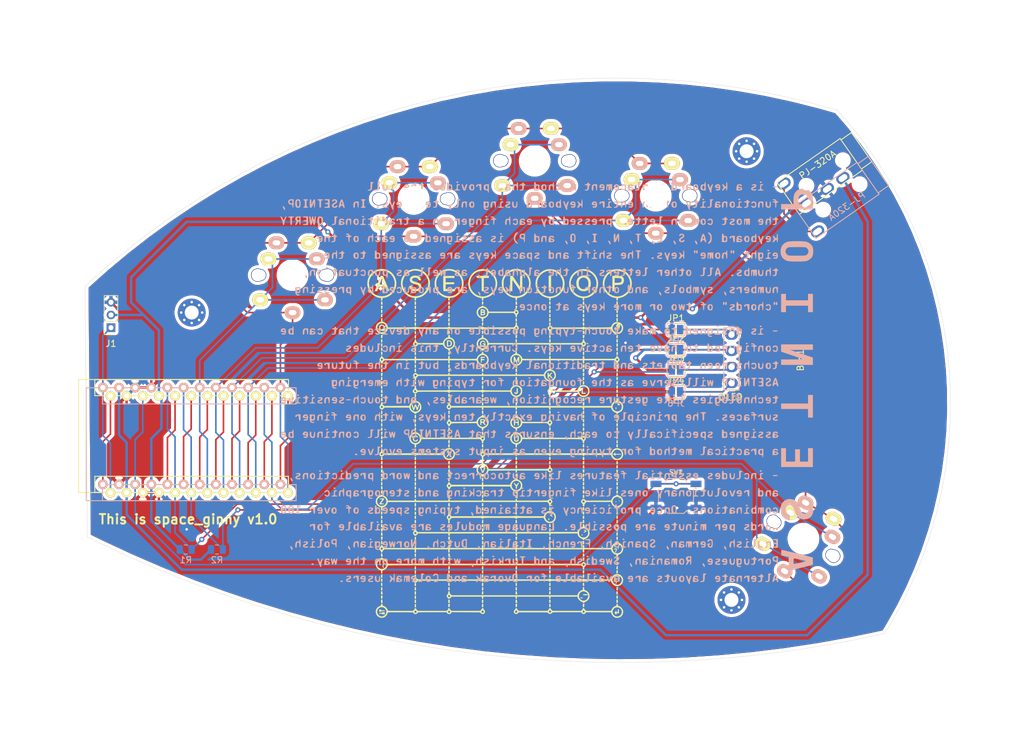
<source format=kicad_pcb>
(kicad_pcb (version 20171130) (host pcbnew 5.1.6)
  (layers (0 F.Cu signal) (31 B.Cu signal) (34 B.Paste user) (35 F.Paste user) (36 B.SilkS user) (37 F.SilkS user) (38 B.Mask user) (39 F.Mask user) (44 Edge.Cuts user))
  (net 0 "")
  (net 1 "Net-(Brd1-Pad2)")
  (net 2 "Net-(Brd1-Pad1)")
  (net 3 "Net-(Brd1-Pad3)")
  (net 4 "Net-(Brd1-Pad4)")
  (net 5 power)
  (net 6 ground)
  (net 7 pin10)
  (net 8 pin16)
  (net 9 pin14)
  (net 10 pin15)
  (net 11 A0)
  (net 12 A1)
  (net 13 A2)
  (net 14 A3)
  (net 15 sda)
  (net 16 scl)
  (net 17 leds)
  (net 18 reset)
  (net 19 row0)
  (net 20 col0)
  (net 21 col1)
  (net 22 col2)
  (net 23 col3)
  (net 24 col4)
  (net 25 connection)
  (net 26 "Net-(U1-Pad1)")
  (net 27 "Net-(U2-Pad24)")
  (module graphics:aset (layer B.Cu) (at 205.5683 100.0062 180)
    (fp_text reference G*** hide)
    (fp_text value LOGO hide)
  )
  (module MountingHole:MountingHole_2.2mm_M2_Pad_Via (layer F.Cu) (at 232.5541 134.1353)
    (fp_text reference " " (at 0 -3.2) (layer F.SilkS))
    (fp_text value MountingHole_2.2mm_M2_Pad_Via)
    (pad 1 thru_hole circle (at 1.166726 -1.166726) (size 0.7 0.7) (drill 0.4) (layers *.Cu *.Mask))
    (pad 1 thru_hole circle (at 0 -1.65) (size 0.7 0.7) (drill 0.4) (layers *.Cu *.Mask))
    (pad 1 thru_hole circle (at -1.166726 -1.166726) (size 0.7 0.7) (drill 0.4) (layers *.Cu *.Mask))
    (pad 1 thru_hole circle (at -1.65 0) (size 0.7 0.7) (drill 0.4) (layers *.Cu *.Mask))
    (pad 1 thru_hole circle (at -1.166726 1.166726) (size 0.7 0.7) (drill 0.4) (layers *.Cu *.Mask))
    (pad 1 thru_hole circle (at 0 1.65) (size 0.7 0.7) (drill 0.4) (layers *.Cu *.Mask))
    (pad 1 thru_hole circle (at 1.166726 1.166726) (size 0.7 0.7) (drill 0.4) (layers *.Cu *.Mask))
    (pad 1 thru_hole circle (at 1.65 0) (size 0.7 0.7) (drill 0.4) (layers *.Cu *.Mask))
    (pad 1 thru_hole circle (at 0 0) (size 4.4 4.4) (drill 2.2) (layers *.Cu *.Mask))
  )
  (module MountingHole:MountingHole_2.2mm_M2_Pad_Via (layer F.Cu) (at 234.9352 63.496)
    (fp_text reference " " (at 0 -3.2) (layer F.SilkS))
    (fp_text value MountingHole_2.2mm_M2_Pad_Via)
    (pad 1 thru_hole circle (at 0 0) (size 4.4 4.4) (drill 2.2) (layers *.Cu *.Mask))
    (pad 1 thru_hole circle (at 1.65 0) (size 0.7 0.7) (drill 0.4) (layers *.Cu *.Mask))
    (pad 1 thru_hole circle (at 1.166726 1.166726) (size 0.7 0.7) (drill 0.4) (layers *.Cu *.Mask))
    (pad 1 thru_hole circle (at 0 1.65) (size 0.7 0.7) (drill 0.4) (layers *.Cu *.Mask))
    (pad 1 thru_hole circle (at -1.166726 1.166726) (size 0.7 0.7) (drill 0.4) (layers *.Cu *.Mask))
    (pad 1 thru_hole circle (at -1.65 0) (size 0.7 0.7) (drill 0.4) (layers *.Cu *.Mask))
    (pad 1 thru_hole circle (at -1.166726 -1.166726) (size 0.7 0.7) (drill 0.4) (layers *.Cu *.Mask))
    (pad 1 thru_hole circle (at 0 -1.65) (size 0.7 0.7) (drill 0.4) (layers *.Cu *.Mask))
    (pad 1 thru_hole circle (at 1.166726 -1.166726) (size 0.7 0.7) (drill 0.4) (layers *.Cu *.Mask))
  )
  (module MountingHole:MountingHole_2.2mm_M2_Pad_Via (layer F.Cu) (at 147.6282 88.8944)
    (fp_text reference " " (at 0 -3.2) (layer F.SilkS))
    (fp_text value MountingHole_2.2mm_M2_Pad_Via)
    (pad 1 thru_hole circle (at 1.166726 -1.166726) (size 0.7 0.7) (drill 0.4) (layers *.Cu *.Mask))
    (pad 1 thru_hole circle (at 0 -1.65) (size 0.7 0.7) (drill 0.4) (layers *.Cu *.Mask))
    (pad 1 thru_hole circle (at -1.166726 -1.166726) (size 0.7 0.7) (drill 0.4) (layers *.Cu *.Mask))
    (pad 1 thru_hole circle (at -1.65 0) (size 0.7 0.7) (drill 0.4) (layers *.Cu *.Mask))
    (pad 1 thru_hole circle (at -1.166726 1.166726) (size 0.7 0.7) (drill 0.4) (layers *.Cu *.Mask))
    (pad 1 thru_hole circle (at 0 1.65) (size 0.7 0.7) (drill 0.4) (layers *.Cu *.Mask))
    (pad 1 thru_hole circle (at 1.166726 1.166726) (size 0.7 0.7) (drill 0.4) (layers *.Cu *.Mask))
    (pad 1 thru_hole circle (at 1.65 0) (size 0.7 0.7) (drill 0.4) (layers *.Cu *.Mask))
    (pad 1 thru_hole circle (at 0 0) (size 4.4 4.4) (drill 2.2) (layers *.Cu *.Mask))
  )
  (module graphics:asetniop (layer F.Cu) (at 196.0439 109.5306)
    (fp_text reference G*** hide)
    (fp_text value LOGO hide)
  )
  (module SSD1306:128x64OLED (layer F.Cu) (at 243.1541 96.3862 90)
    (fp_text reference Brd1 (at 0 0.254 90) (layer F.SilkS))
    (fp_text value SSD1306)
    (fp_text user OLED (at -5.9 -10.9 180) (layer B.SilkS) (effects (justify mirror)))
    (fp_text user OLED (at -5.8 -10.7) (layer F.SilkS))
    (pad 2 thru_hole oval (at -1.08 -10.6 180) (size 2 1.6) (drill 1) (layers *.Cu *.Mask) (net 1 "Net-(Brd1-Pad2)"))
    (pad 1 thru_hole oval (at -3.62 -10.6 180) (size 2 1.6) (drill 1) (layers *.Cu *.Mask) (net 2 "Net-(Brd1-Pad1)"))
    (pad 3 thru_hole oval (at 1.46 -10.6 180) (size 2 1.6) (drill 1) (layers *.Cu *.Mask) (net 3 "Net-(Brd1-Pad3)"))
    (pad 4 thru_hole oval (at 4 -10.6 180) (size 2 1.6) (drill 1) (layers *.Cu *.Mask) (net 4 "Net-(Brd1-Pad4)"))
  )
  (module Connector_PinSocket_2.00mm:PinSocket_1x03_P2.00mm_Vertical (layer F.Cu) (at 134.929 91.2755 180)
    (fp_text reference J1 (at 0 -2.5) (layer F.SilkS))
    (fp_text value Conn_01x03)
    (pad 3 thru_hole oval (at 0 4 180) (size 1.35 1.35) (drill 0.8) (layers *.Cu *.Mask) (net 6 ground))
    (pad 2 thru_hole oval (at 0 2 180) (size 1.35 1.35) (drill 0.8) (layers *.Cu *.Mask) (net 5 power))
    (pad 1 thru_hole rect (at 0 0 180) (size 1.35 1.35) (drill 0.8) (layers *.Cu *.Mask) (net 17 leds))
  )
  (module other_parts:CherryMX_Choc_1u_reversible (layer F.Cu) (at 243.8722 124.5 330)
    (fp_text reference SW7 hide)
    (fp_text value SW_Push hide)
    (pad 1 thru_hole oval (at 5.1 3.9 330) (size 2.5 2) (drill oval 1.2 0.8) (layers *.Cu B.SilkS F.Mask) (net 24 col4))
    (pad 2 thru_hole oval (at 0 5.9 330) (size 2.5 2) (drill oval 1.2 0.8) (layers *.Cu *.SilkS *.Mask) (net 19 row0))
    (pad 1 thru_hole oval (at 3.81 -2.54 330) (size 2.5 2) (drill oval 1.2 0.8) (layers *.Cu B.SilkS F.Mask) (net 24 col4))
    (pad 2 thru_hole oval (at -2.54 -5.08 330) (size 2.5 2) (drill oval 1.2 0.8) (layers *.Cu B.SilkS F.Mask) (net 19 row0))
    (pad 1 thru_hole oval (at -5.1 3.9 330) (size 2.5 2) (drill oval 1.2 0.8) (layers *.Cu F.SilkS B.Mask) (net 24 col4))
    (pad "" np_thru_hole circle (at 0 0 60) (size 4 4) (drill 4) (layers *.Cu *.Mask))
    (pad "" np_thru_hole circle (at -5.5 0 60) (size 2.1 2.1) (drill 1.9) (layers *.Cu *.Mask))
    (pad "" np_thru_hole circle (at 5.5 0 60) (size 2.1 2.1) (drill 1.9) (layers *.Cu *.Mask))
    (pad 2 thru_hole oval (at 2.54 -5.08 330) (size 2.5 2) (drill oval 1.2 0.8) (layers *.Cu F.SilkS B.Mask) (net 19 row0))
    (pad 1 thru_hole oval (at -3.81 -2.54 330) (size 2.5 2) (drill oval 1.2 0.8) (layers *.Cu F.SilkS B.Mask) (net 24 col4))
    (pad "" np_thru_hole circle (at 5.08 0 330) (size 1.9 1.9) (drill 1.7) (layers *.Cu *.Mask))
    (pad "" np_thru_hole circle (at -5.08 0 330) (size 1.9 1.9) (drill 1.7) (layers *.Cu *.Mask))
  )
  (module other_parts:CherryMX_Choc_1u_reversible (layer F.Cu) (at 201.5998 65)
    (fp_text reference SW5 hide)
    (fp_text value SW_Push hide)
    (pad 1 thru_hole oval (at 5.1 3.9) (size 2.5 2) (drill oval 1.2 0.8) (layers *.Cu B.SilkS F.Mask) (net 22 col2))
    (pad 2 thru_hole oval (at 0 5.9) (size 2.5 2) (drill oval 1.2 0.8) (layers *.Cu *.SilkS *.Mask) (net 19 row0))
    (pad 1 thru_hole oval (at 3.81 -2.54) (size 2.5 2) (drill oval 1.2 0.8) (layers *.Cu B.SilkS F.Mask) (net 22 col2))
    (pad 2 thru_hole oval (at -2.54 -5.08) (size 2.5 2) (drill oval 1.2 0.8) (layers *.Cu B.SilkS F.Mask) (net 19 row0))
    (pad 1 thru_hole oval (at -5.1 3.9) (size 2.5 2) (drill oval 1.2 0.8) (layers *.Cu F.SilkS B.Mask) (net 22 col2))
    (pad "" np_thru_hole circle (at 0 0 90) (size 4 4) (drill 4) (layers *.Cu *.Mask))
    (pad "" np_thru_hole circle (at -5.5 0 90) (size 2.1 2.1) (drill 1.9) (layers *.Cu *.Mask))
    (pad "" np_thru_hole circle (at 5.5 0 90) (size 2.1 2.1) (drill 1.9) (layers *.Cu *.Mask))
    (pad 2 thru_hole oval (at 2.54 -5.08) (size 2.5 2) (drill oval 1.2 0.8) (layers *.Cu F.SilkS B.Mask) (net 19 row0))
    (pad 1 thru_hole oval (at -3.81 -2.54) (size 2.5 2) (drill oval 1.2 0.8) (layers *.Cu F.SilkS B.Mask) (net 22 col2))
    (pad "" np_thru_hole circle (at 5.08 0) (size 1.9 1.9) (drill 1.7) (layers *.Cu *.Mask))
    (pad "" np_thru_hole circle (at -5.08 0) (size 1.9 1.9) (drill 1.7) (layers *.Cu *.Mask))
  )
  (module other_parts:CherryMX_Choc_1u_reversible (layer F.Cu) (at 182.551 71)
    (fp_text reference SW4 hide)
    (fp_text value SW_Push hide)
    (pad 1 thru_hole oval (at 5.1 3.9) (size 2.5 2) (drill oval 1.2 0.8) (layers *.Cu B.SilkS F.Mask) (net 21 col1))
    (pad 2 thru_hole oval (at 0 5.9) (size 2.5 2) (drill oval 1.2 0.8) (layers *.Cu *.SilkS *.Mask) (net 19 row0))
    (pad 1 thru_hole oval (at 3.81 -2.54) (size 2.5 2) (drill oval 1.2 0.8) (layers *.Cu B.SilkS F.Mask) (net 21 col1))
    (pad 2 thru_hole oval (at -2.54 -5.08) (size 2.5 2) (drill oval 1.2 0.8) (layers *.Cu B.SilkS F.Mask) (net 19 row0))
    (pad 1 thru_hole oval (at -5.1 3.9) (size 2.5 2) (drill oval 1.2 0.8) (layers *.Cu F.SilkS B.Mask) (net 21 col1))
    (pad "" np_thru_hole circle (at 0 0 90) (size 4 4) (drill 4) (layers *.Cu *.Mask))
    (pad "" np_thru_hole circle (at -5.5 0 90) (size 2.1 2.1) (drill 1.9) (layers *.Cu *.Mask))
    (pad "" np_thru_hole circle (at 5.5 0 90) (size 2.1 2.1) (drill 1.9) (layers *.Cu *.Mask))
    (pad 2 thru_hole oval (at 2.54 -5.08) (size 2.5 2) (drill oval 1.2 0.8) (layers *.Cu F.SilkS B.Mask) (net 19 row0))
    (pad 1 thru_hole oval (at -3.81 -2.54) (size 2.5 2) (drill oval 1.2 0.8) (layers *.Cu F.SilkS B.Mask) (net 21 col1))
    (pad "" np_thru_hole circle (at 5.08 0) (size 1.9 1.9) (drill 1.7) (layers *.Cu *.Mask))
    (pad "" np_thru_hole circle (at -5.08 0) (size 1.9 1.9) (drill 1.7) (layers *.Cu *.Mask))
  )
  (module other_parts:CherryMX_Choc_1u_reversible (layer F.Cu) (at 163.5022 83)
    (fp_text reference SW3 hide)
    (fp_text value SW_Push hide)
    (pad 1 thru_hole oval (at 5.1 3.9) (size 2.5 2) (drill oval 1.2 0.8) (layers *.Cu B.SilkS F.Mask) (net 20 col0))
    (pad 2 thru_hole oval (at 0 5.9) (size 2.5 2) (drill oval 1.2 0.8) (layers *.Cu *.SilkS *.Mask) (net 19 row0))
    (pad 1 thru_hole oval (at 3.81 -2.54) (size 2.5 2) (drill oval 1.2 0.8) (layers *.Cu B.SilkS F.Mask) (net 20 col0))
    (pad 2 thru_hole oval (at -2.54 -5.08) (size 2.5 2) (drill oval 1.2 0.8) (layers *.Cu B.SilkS F.Mask) (net 19 row0))
    (pad 1 thru_hole oval (at -5.1 3.9) (size 2.5 2) (drill oval 1.2 0.8) (layers *.Cu F.SilkS B.Mask) (net 20 col0))
    (pad "" np_thru_hole circle (at 0 0 90) (size 4 4) (drill 4) (layers *.Cu *.Mask))
    (pad "" np_thru_hole circle (at -5.5 0 90) (size 2.1 2.1) (drill 1.9) (layers *.Cu *.Mask))
    (pad "" np_thru_hole circle (at 5.5 0 90) (size 2.1 2.1) (drill 1.9) (layers *.Cu *.Mask))
    (pad 2 thru_hole oval (at 2.54 -5.08) (size 2.5 2) (drill oval 1.2 0.8) (layers *.Cu F.SilkS B.Mask) (net 19 row0))
    (pad 1 thru_hole oval (at -3.81 -2.54) (size 2.5 2) (drill oval 1.2 0.8) (layers *.Cu F.SilkS B.Mask) (net 20 col0))
    (pad "" np_thru_hole circle (at 5.08 0) (size 1.9 1.9) (drill 1.7) (layers *.Cu *.Mask))
    (pad "" np_thru_hole circle (at -5.08 0) (size 1.9 1.9) (drill 1.7) (layers *.Cu *.Mask))
  )
  (module other_parts:CherryMX_Choc_1u_reversible (layer F.Cu) (at 220.6486 70.5)
    (fp_text reference SW6 hide)
    (fp_text value SW_Push hide)
    (pad 1 thru_hole oval (at 5.1 3.9) (size 2.5 2) (drill oval 1.2 0.8) (layers *.Cu B.SilkS F.Mask) (net 23 col3))
    (pad 2 thru_hole oval (at 0 5.9) (size 2.5 2) (drill oval 1.2 0.8) (layers *.Cu *.SilkS *.Mask) (net 19 row0))
    (pad 1 thru_hole oval (at 3.81 -2.54) (size 2.5 2) (drill oval 1.2 0.8) (layers *.Cu B.SilkS F.Mask) (net 23 col3))
    (pad 2 thru_hole oval (at -2.54 -5.08) (size 2.5 2) (drill oval 1.2 0.8) (layers *.Cu B.SilkS F.Mask) (net 19 row0))
    (pad 1 thru_hole oval (at -5.1 3.9) (size 2.5 2) (drill oval 1.2 0.8) (layers *.Cu F.SilkS B.Mask) (net 23 col3))
    (pad "" np_thru_hole circle (at 0 0 90) (size 4 4) (drill 4) (layers *.Cu *.Mask))
    (pad "" np_thru_hole circle (at -5.5 0 90) (size 2.1 2.1) (drill 1.9) (layers *.Cu *.Mask))
    (pad "" np_thru_hole circle (at 5.5 0 90) (size 2.1 2.1) (drill 1.9) (layers *.Cu *.Mask))
    (pad 2 thru_hole oval (at 2.54 -5.08) (size 2.5 2) (drill oval 1.2 0.8) (layers *.Cu F.SilkS B.Mask) (net 19 row0))
    (pad 1 thru_hole oval (at -3.81 -2.54) (size 2.5 2) (drill oval 1.2 0.8) (layers *.Cu F.SilkS B.Mask) (net 23 col3))
    (pad "" np_thru_hole circle (at 5.08 0) (size 1.9 1.9) (drill 1.7) (layers *.Cu *.Mask))
    (pad "" np_thru_hole circle (at -5.08 0) (size 1.9 1.9) (drill 1.7) (layers *.Cu *.Mask))
  )
  (module Keebio-Parts:SW_SPST_TL3342 (layer B.Cu) (at 223.8234 117.7613 180)
    (fp_text reference SW2 (at 0 3.75) (layer B.SilkS) (effects (font (size 0.7 0.7)) (justify mirror)))
    (fp_text value SW_Push)
    (pad 1 smd rect (at -3.15 1.9 180) (size 1.7 1) (layers B.Cu B.Paste B.Mask) (net 18 reset))
    (pad 1 smd rect (at 3.15 1.9 180) (size 1.7 1) (layers B.Cu B.Paste B.Mask) (net 18 reset))
    (pad 2 smd rect (at -3.15 -1.9 180) (size 1.7 1) (layers B.Cu B.Paste B.Mask) (net 6 ground))
    (pad 2 smd rect (at 3.15 -1.9 180) (size 1.7 1) (layers B.Cu B.Paste B.Mask) (net 6 ground))
  )
  (module Keebio-Parts:SW_SPST_TL3342 (layer F.Cu) (at 223.8234 117.7613)
    (fp_text reference SW1 (at 0 -3.75) (layer F.SilkS) (effects (font (size 0.7 0.7))))
    (fp_text value SW_Push)
    (pad 1 smd rect (at -3.15 -1.9) (size 1.7 1) (layers F.Cu F.Paste F.Mask) (net 18 reset))
    (pad 1 smd rect (at 3.15 -1.9) (size 1.7 1) (layers F.Cu F.Paste F.Mask) (net 18 reset))
    (pad 2 smd rect (at -3.15 1.9) (size 1.7 1) (layers F.Cu F.Paste F.Mask) (net 6 ground))
    (pad 2 smd rect (at 3.15 1.9) (size 1.7 1) (layers F.Cu F.Paste F.Mask) (net 6 ground))
  )
  (module other_parts:ProMicro (layer B.Cu) (at 148.4219 109.5306 270)
    (fp_text reference U2 hide)
    (fp_text value ProMicro hide)
    (pad 22 thru_hole circle (at -7.521185 8.494255 90) (size 1.524 1.524) (drill 0.8128) (layers *.Cu *.Mask F.SilkS) (net 18 reset))
    (pad 10 thru_hole circle (at 7.718815 -9.285745 90) (size 1.524 1.524) (drill 0.8128) (layers *.Cu *.Mask F.SilkS) (net 23 col3))
    (pad 18 thru_hole circle (at -7.521185 -1.665745 90) (size 1.524 1.524) (drill 0.8128) (layers *.Cu *.Mask F.SilkS) (net 12 A1))
    (pad 6 thru_hole circle (at 7.718815 0.874255 90) (size 1.524 1.524) (drill 0.8128) (layers *.Cu *.Mask F.SilkS) (net 16 scl))
    (pad 4 thru_hole circle (at 7.718815 5.954255 90) (size 1.524 1.524) (drill 0.8128) (layers *.Cu *.Mask F.SilkS) (net 6 ground))
    (pad 14 thru_hole circle (at -7.521185 -11.825745 90) (size 1.524 1.524) (drill 0.8128) (layers *.Cu *.Mask F.SilkS) (net 8 pin16))
    (pad 3 thru_hole circle (at 7.718815 8.494255 90) (size 1.524 1.524) (drill 0.8128) (layers *.Cu *.Mask F.SilkS) (net 6 ground))
    (pad 1 thru_hole circle (at 7.718815 13.574255 90) (size 1.524 1.524) (drill 0.8128) (layers *.Cu *.Mask F.SilkS) (net 17 leds))
    (pad 16 thru_hole circle (at -7.521185 -6.745745 90) (size 1.524 1.524) (drill 0.8128) (layers *.Cu *.Mask F.SilkS) (net 10 pin15))
    (pad 12 thru_hole circle (at 7.718815 -14.365745 90) (size 1.524 1.524) (drill 0.8128) (layers *.Cu *.Mask F.SilkS) (net 19 row0))
    (pad 19 thru_hole circle (at -7.521185 0.874255 90) (size 1.524 1.524) (drill 0.8128) (layers *.Cu *.Mask F.SilkS) (net 13 A2))
    (pad 23 thru_hole circle (at -7.521185 11.034255 90) (size 1.524 1.524) (drill 0.8128) (layers *.Cu *.Mask F.SilkS) (net 6 ground))
    (pad 21 thru_hole circle (at -7.521185 5.954255 90) (size 1.524 1.524) (drill 0.8128) (layers *.Cu *.Mask F.SilkS) (net 5 power))
    (pad 20 thru_hole circle (at -7.521185 3.414255 90) (size 1.524 1.524) (drill 0.8128) (layers *.Cu *.Mask F.SilkS) (net 14 A3))
    (pad 15 thru_hole circle (at -7.521185 -9.285745 90) (size 1.524 1.524) (drill 0.8128) (layers *.Cu *.Mask F.SilkS) (net 9 pin14))
    (pad 17 thru_hole circle (at -7.521185 -4.205745 90) (size 1.524 1.524) (drill 0.8128) (layers *.Cu *.Mask F.SilkS) (net 11 A0))
    (pad 9 thru_hole circle (at 7.718815 -6.745745 90) (size 1.524 1.524) (drill 0.8128) (layers *.Cu *.Mask F.SilkS) (net 22 col2))
    (pad 8 thru_hole circle (at 7.718815 -4.205745 90) (size 1.524 1.524) (drill 0.8128) (layers *.Cu *.Mask F.SilkS) (net 21 col1))
    (pad 13 thru_hole circle (at -7.521185 -14.365745 90) (size 1.524 1.524) (drill 0.8128) (layers *.Cu *.Mask F.SilkS) (net 7 pin10))
    (pad 11 thru_hole circle (at 7.718815 -11.825745 90) (size 1.524 1.524) (drill 0.8128) (layers *.Cu *.Mask F.SilkS) (net 24 col4))
    (pad 2 thru_hole circle (at 7.718815 11.034255 90) (size 1.524 1.524) (drill 0.8128) (layers *.Cu *.Mask F.SilkS) (net 25 connection))
    (pad 24 thru_hole circle (at -7.521185 13.574255 90) (size 1.524 1.524) (drill 0.8128) (layers *.Cu *.Mask F.SilkS) (net 27 "Net-(U2-Pad24)"))
    (pad 7 thru_hole circle (at 7.718815 -1.665745 90) (size 1.524 1.524) (drill 0.8128) (layers *.Cu *.Mask F.SilkS) (net 20 col0))
    (pad 5 thru_hole circle (at 7.718815 3.414255 90) (size 1.524 1.524) (drill 0.8128) (layers *.Cu *.Mask F.SilkS) (net 15 sda))
    (pad 1 thru_hole circle (at -8.82 14.77 270) (size 1.524 1.524) (drill 0.8128) (layers *.Cu *.Mask B.SilkS) (net 17 leds))
    (pad 2 thru_hole circle (at -8.82 12.23 270) (size 1.524 1.524) (drill 0.8128) (layers *.Cu *.Mask B.SilkS) (net 25 connection))
    (pad 3 thru_hole circle (at -8.82 9.69 270) (size 1.524 1.524) (drill 0.8128) (layers *.Cu *.Mask B.SilkS) (net 6 ground))
    (pad 4 thru_hole circle (at -8.82 7.15 270) (size 1.524 1.524) (drill 0.8128) (layers *.Cu *.Mask B.SilkS) (net 6 ground))
    (pad 5 thru_hole circle (at -8.82 4.61 270) (size 1.524 1.524) (drill 0.8128) (layers *.Cu *.Mask B.SilkS) (net 15 sda))
    (pad 6 thru_hole circle (at -8.82 2.07 270) (size 1.524 1.524) (drill 0.8128) (layers *.Cu *.Mask B.SilkS) (net 16 scl))
    (pad 7 thru_hole circle (at -8.82 -0.47 270) (size 1.524 1.524) (drill 0.8128) (layers *.Cu *.Mask B.SilkS) (net 20 col0))
    (pad 8 thru_hole circle (at -8.82 -3.01 270) (size 1.524 1.524) (drill 0.8128) (layers *.Cu *.Mask B.SilkS) (net 21 col1))
    (pad 9 thru_hole circle (at -8.82 -5.55 270) (size 1.524 1.524) (drill 0.8128) (layers *.Cu *.Mask B.SilkS) (net 22 col2))
    (pad 10 thru_hole circle (at -8.82 -8.09 270) (size 1.524 1.524) (drill 0.8128) (layers *.Cu *.Mask B.SilkS) (net 23 col3))
    (pad 11 thru_hole circle (at -8.82 -10.63 270) (size 1.524 1.524) (drill 0.8128) (layers *.Cu *.Mask B.SilkS) (net 24 col4))
    (pad 12 thru_hole circle (at -8.82 -13.17 270) (size 1.524 1.524) (drill 0.8128) (layers *.Cu *.Mask B.SilkS) (net 19 row0))
    (pad 13 thru_hole circle (at 6.42 -13.17 270) (size 1.524 1.524) (drill 0.8128) (layers *.Cu *.Mask B.SilkS) (net 7 pin10))
    (pad 14 thru_hole circle (at 6.42 -10.63 270) (size 1.524 1.524) (drill 0.8128) (layers *.Cu *.Mask B.SilkS) (net 8 pin16))
    (pad 15 thru_hole circle (at 6.42 -8.09 270) (size 1.524 1.524) (drill 0.8128) (layers *.Cu *.Mask B.SilkS) (net 9 pin14))
    (pad 16 thru_hole circle (at 6.42 -5.55 270) (size 1.524 1.524) (drill 0.8128) (layers *.Cu *.Mask B.SilkS) (net 10 pin15))
    (pad 17 thru_hole circle (at 6.42 -3.01 270) (size 1.524 1.524) (drill 0.8128) (layers *.Cu *.Mask B.SilkS) (net 11 A0))
    (pad 18 thru_hole circle (at 6.42 -0.47 270) (size 1.524 1.524) (drill 0.8128) (layers *.Cu *.Mask B.SilkS) (net 12 A1))
    (pad 19 thru_hole circle (at 6.42 2.07 270) (size 1.524 1.524) (drill 0.8128) (layers *.Cu *.Mask B.SilkS) (net 13 A2))
    (pad 20 thru_hole circle (at 6.42 4.61 270) (size 1.524 1.524) (drill 0.8128) (layers *.Cu *.Mask B.SilkS) (net 14 A3))
    (pad 21 thru_hole circle (at 6.42 7.15 270) (size 1.524 1.524) (drill 0.8128) (layers *.Cu *.Mask B.SilkS) (net 5 power))
    (pad 22 thru_hole circle (at 6.42 9.69 270) (size 1.524 1.524) (drill 0.8128) (layers *.Cu *.Mask B.SilkS) (net 18 reset))
    (pad 23 thru_hole circle (at 6.42 12.23 270) (size 1.524 1.524) (drill 0.8128) (layers *.Cu *.Mask B.SilkS) (net 6 ground))
    (pad 24 thru_hole circle (at 6.42 14.77 270) (size 1.524 1.524) (drill 0.8128) (layers *.Cu *.Mask B.SilkS) (net 27 "Net-(U2-Pad24)"))
  )
  (module Keebio-Parts:TRRS-PJ-320A-dual (layer F.Cu) (at 252.713143 65.8771 305)
    (fp_text reference U1)
    (fp_text value TRRS)
    (fp_text user PJ-320A (at -4 5.25 35) (layer F.SilkS))
    (fp_text user PJ-320A (at 4 5.25 215) (layer B.SilkS) (effects (justify mirror)))
    (pad 3 thru_hole oval (at 0 6.2 305) (size 1.6 2.2) (drill oval 0.9 1.5) (layers *.Cu *.Mask) (net 6 ground))
    (pad "" np_thru_hole circle (at -2.3 1.6 305) (size 1.5 1.5) (drill 1.5) (layers *.Cu *.Mask))
    (pad "" np_thru_hole circle (at -2.3 8.6 305) (size 1.5 1.5) (drill 1.5) (layers *.Cu *.Mask))
    (pad 4 thru_hole oval (at 0 3.2 305) (size 1.6 2.2) (drill oval 0.9 1.5) (layers *.Cu *.Mask) (net 25 connection))
    (pad 2 thru_hole oval (at 0 10.2 305) (size 1.6 2.2) (drill oval 0.9 1.5) (layers *.Cu *.Mask) (net 5 power))
    (pad 1 thru_hole oval (at -4.6 11.3 305) (size 1.6 2.2) (drill oval 0.9 1.5) (layers *.Cu *.Mask) (net 26 "Net-(U1-Pad1)"))
    (pad 1 thru_hole oval (at 4.6 11.3 305) (size 1.6 2.2) (drill oval 0.9 1.5) (layers *.Cu *.Mask) (net 26 "Net-(U1-Pad1)"))
    (pad "" np_thru_hole circle (at 2.3 1.6 305) (size 1.5 1.5) (drill 1.5) (layers *.Cu *.Mask))
    (pad "" np_thru_hole circle (at 2.3 8.6 305) (size 1.5 1.5) (drill 1.5) (layers *.Cu *.Mask))
  )
  (module Resistor_SMD:R_0805_2012Metric (layer B.Cu) (at 151.5967 126.1983)
    (fp_text reference R2 (at 0 1.65) (layer B.SilkS) (effects (justify mirror)))
    (fp_text value 4.7k)
    (pad 2 smd roundrect (at 0.9375 0) (size 0.975 1.4) (layers B.Cu B.Paste B.Mask) (net 16 scl))
    (pad 1 smd roundrect (at -0.9375 0) (size 0.975 1.4) (layers B.Cu B.Paste B.Mask) (net 5 power))
  )
  (module Resistor_SMD:R_0805_2012Metric (layer B.Cu) (at 146.6907 126.1983)
    (fp_text reference R1 (at 0 1.65) (layer B.SilkS) (effects (justify mirror)))
    (fp_text value 4.7k)
    (pad 2 smd roundrect (at 0.9375 0) (size 0.975 1.4) (layers B.Cu B.Paste B.Mask) (net 15 sda))
    (pad 1 smd roundrect (at -0.9375 0) (size 0.975 1.4) (layers B.Cu B.Paste B.Mask) (net 5 power))
  )
  (module Jumper:SolderJumper-2_P1.3mm_Open_Pad1.0x1.5mm (layer B.Cu) (at 223.8234 101.3811)
    (fp_text reference JP8 (at 0 1.8) (layer B.SilkS) (effects (justify mirror)))
    (fp_text value Jumper_NO_Small)
    (pad 1 smd rect (at -0.65 0) (size 1 1.5) (layers B.Cu B.Mask) (net 15 sda))
    (pad 2 smd rect (at 0.65 0) (size 1 1.5) (layers B.Cu B.Mask) (net 2 "Net-(Brd1-Pad1)"))
  )
  (module Jumper:SolderJumper-2_P1.3mm_Open_Pad1.0x1.5mm (layer B.Cu) (at 223.8234 97.9188)
    (fp_text reference JP7 (at 0 1.8) (layer B.SilkS) (effects (justify mirror)))
    (fp_text value Jumper_NO_Small)
    (pad 1 smd rect (at -0.65 0) (size 1 1.5) (layers B.Cu B.Mask) (net 16 scl))
    (pad 2 smd rect (at 0.65 0) (size 1 1.5) (layers B.Cu B.Mask) (net 1 "Net-(Brd1-Pad2)"))
  )
  (module Jumper:SolderJumper-2_P1.3mm_Open_Pad1.0x1.5mm (layer B.Cu) (at 223.8234 94.744)
    (fp_text reference JP6 (at 0 1.8) (layer B.SilkS) (effects (justify mirror)))
    (fp_text value Jumper_NO_Small)
    (pad 1 smd rect (at -0.65 0) (size 1 1.5) (layers B.Cu B.Mask) (net 5 power))
    (pad 2 smd rect (at 0.65 0) (size 1 1.5) (layers B.Cu B.Mask) (net 3 "Net-(Brd1-Pad3)"))
  )
  (module Jumper:SolderJumper-2_P1.3mm_Open_Pad1.0x1.5mm (layer B.Cu) (at 223.8234 91.5692)
    (fp_text reference JP5 (at 0 1.8) (layer B.SilkS) (effects (justify mirror)))
    (fp_text value Jumper_NO_Small)
    (pad 1 smd rect (at -0.65 0) (size 1 1.5) (layers B.Cu B.Mask) (net 6 ground))
    (pad 2 smd rect (at 0.65 0) (size 1 1.5) (layers B.Cu B.Mask) (net 4 "Net-(Brd1-Pad4)"))
  )
  (module Jumper:SolderJumper-2_P1.3mm_Open_Pad1.0x1.5mm (layer F.Cu) (at 223.8234 101.3811)
    (fp_text reference JP4 (at 0 -1.8) (layer F.SilkS))
    (fp_text value Jumper_NO_Small)
    (pad 1 smd rect (at -0.65 0) (size 1 1.5) (layers F.Cu F.Mask) (net 6 ground))
    (pad 2 smd rect (at 0.65 0) (size 1 1.5) (layers F.Cu F.Mask) (net 2 "Net-(Brd1-Pad1)"))
  )
  (module Jumper:SolderJumper-2_P1.3mm_Open_Pad1.0x1.5mm (layer F.Cu) (at 223.8234 97.9188)
    (fp_text reference JP3 (at 0 -1.8) (layer F.SilkS))
    (fp_text value Jumper_NO_Small)
    (pad 1 smd rect (at -0.65 0) (size 1 1.5) (layers F.Cu F.Mask) (net 5 power))
    (pad 2 smd rect (at 0.65 0) (size 1 1.5) (layers F.Cu F.Mask) (net 1 "Net-(Brd1-Pad2)"))
  )
  (module Jumper:SolderJumper-2_P1.3mm_Open_Pad1.0x1.5mm (layer F.Cu) (at 223.8234 94.744)
    (fp_text reference JP2 (at 0 -1.8) (layer F.SilkS))
    (fp_text value Jumper_NO_Small)
    (pad 1 smd rect (at -0.65 0) (size 1 1.5) (layers F.Cu F.Mask) (net 16 scl))
    (pad 2 smd rect (at 0.65 0) (size 1 1.5) (layers F.Cu F.Mask) (net 3 "Net-(Brd1-Pad3)"))
  )
  (module Jumper:SolderJumper-2_P1.3mm_Open_Pad1.0x1.5mm (layer F.Cu) (at 223.8234 91.5692)
    (fp_text reference JP1 (at 0 -1.8) (layer F.SilkS))
    (fp_text value Jumper_NO_Small)
    (pad 1 smd rect (at -0.65 0) (size 1 1.5) (layers F.Cu F.Mask) (net 15 sda))
    (pad 2 smd rect (at 0.65 0) (size 1 1.5) (layers F.Cu F.Mask) (net 4 "Net-(Brd1-Pad4)"))
  )
  (gr_text "This is space_ginny v1.0 " (at 147.6282 121.4361) (layer F.SilkS) (effects (font (size 1.5 1.5) (thickness 0.3))))
  (gr_line (start 130.854534 84.742722) (end 131.22761 124.216009) (layer Edge.Cuts) (width 0.05))
  (gr_arc (start 215.359809 -44.84209) (end 131.22761 124.216009) (angle -39.09071428) (layer Edge.Cuts) (width 0.05))
  (gr_arc (start 198.425 103.181) (end 256.660309 139.421679) (angle -74.16829346) (layer Edge.Cuts) (width 0.05))
  (gr_arc (start 214.299 174.614) (end 249.178297 57.041639) (angle -59.4) (layer Edge.Cuts) (width 0.05))
  (segment (start 232.1015 97.9188) (end 232.5541 97.4662) (width 0.254) (layer F.Cu) (net 1))
  (segment (start 224.4734 97.9188) (end 232.1015 97.9188) (width 0.254) (layer F.Cu) (net 1))
  (segment (start 232.1015 97.9188) (end 232.5541 97.4662) (width 0.254) (layer B.Cu) (net 1))
  (segment (start 224.4734 97.9188) (end 232.1015 97.9188) (width 0.254) (layer B.Cu) (net 1))
  (segment (start 231.1792 101.3811) (end 232.5541 100.0062) (width 0.254) (layer F.Cu) (net 2))
  (segment (start 224.4734 101.3811) (end 231.1792 101.3811) (width 0.254) (layer F.Cu) (net 2))
  (segment (start 231.1792 101.3811) (end 232.5541 100.0062) (width 0.254) (layer B.Cu) (net 2))
  (segment (start 224.4734 101.3811) (end 231.1792 101.3811) (width 0.254) (layer B.Cu) (net 2))
  (segment (start 232.3719 94.744) (end 232.5541 94.9262) (width 0.254) (layer F.Cu) (net 3))
  (segment (start 224.4734 94.744) (end 232.3719 94.744) (width 0.254) (layer F.Cu) (net 3))
  (segment (start 232.3719 94.744) (end 232.5541 94.9262) (width 0.254) (layer B.Cu) (net 3))
  (segment (start 224.4734 94.744) (end 232.3719 94.744) (width 0.254) (layer B.Cu) (net 3))
  (segment (start 231.7371 91.5692) (end 232.5541 92.3862) (width 0.254) (layer F.Cu) (net 4))
  (segment (start 224.4734 91.5692) (end 231.7371 91.5692) (width 0.254) (layer F.Cu) (net 4))
  (segment (start 231.7371 91.5692) (end 232.5541 92.3862) (width 0.254) (layer B.Cu) (net 4))
  (segment (start 224.4734 91.5692) (end 231.7371 91.5692) (width 0.254) (layer B.Cu) (net 4))
  (segment (start 141.2719 121.717) (end 145.7532 126.1983) (width 0.381) (layer B.Cu) (net 5))
  (segment (start 141.2719 115.9506) (end 141.2719 121.717) (width 0.381) (layer B.Cu) (net 5))
  (segment (start 149.0718 127.7857) (end 150.6592 126.1983) (width 0.381) (layer B.Cu) (net 5))
  (segment (start 147.3406 127.7857) (end 149.0718 127.7857) (width 0.381) (layer B.Cu) (net 5))
  (segment (start 145.7532 126.1983) (end 147.3406 127.7857) (width 0.381) (layer B.Cu) (net 5))
  (segment (start 142.866 102.40777) (end 142.467645 102.009415) (width 0.381) (layer B.Cu) (net 5))
  (segment (start 142.866 107.1495) (end 142.866 102.40777) (width 0.381) (layer B.Cu) (net 5))
  (segment (start 141.2719 108.7436) (end 142.866 107.1495) (width 0.381) (layer B.Cu) (net 5))
  (segment (start 141.2719 115.9506) (end 141.2719 108.7436) (width 0.381) (layer B.Cu) (net 5))
  (via (at 169.0581 76.1952) (size 0.8) (drill 0.4) (layers F.Cu B.Cu) (net 5))
  (segment (start 182.551 89.6881) (end 169.0581 76.1952) (width 0.381) (layer F.Cu) (net 5))
  (segment (start 208.7431 89.6881) (end 208.7431 89.6881) (width 0.381) (layer F.Cu) (net 5))
  (segment (start 208.7431 89.6881) (end 182.551 89.6881) (width 0.381) (layer F.Cu) (net 5))
  (via (at 226.416668 88.312868) (size 0.8) (drill 0.4) (layers F.Cu B.Cu) (net 5))
  (segment (start 243.001956 71.72758) (end 226.416668 88.312868) (width 0.381) (layer B.Cu) (net 5))
  (segment (start 244.357792 71.72758) (end 243.001956 71.72758) (width 0.381) (layer B.Cu) (net 5))
  (via (at 218.2675 89.6881) (size 0.8) (drill 0.4) (layers F.Cu B.Cu) (net 5))
  (segment (start 208.7431 89.6881) (end 218.2675 89.6881) (width 0.381) (layer F.Cu) (net 5))
  (segment (start 223.1734 94.594) (end 223.1734 94.744) (width 0.381) (layer B.Cu) (net 5))
  (segment (start 218.2675 89.6881) (end 223.1734 94.594) (width 0.381) (layer B.Cu) (net 5))
  (segment (start 219.642732 88.312868) (end 218.2675 89.6881) (width 0.381) (layer F.Cu) (net 5))
  (segment (start 226.416668 88.312868) (end 219.642732 88.312868) (width 0.381) (layer F.Cu) (net 5))
  (segment (start 169.0581 76.1952) (end 167.4707 74.6078) (width 0.381) (layer B.Cu) (net 5))
  (via (at 217.4738 96.0377) (size 0.8) (drill 0.4) (layers F.Cu B.Cu) (net 5))
  (segment (start 223.1734 94.744) (end 218.7675 94.744) (width 0.381) (layer B.Cu) (net 5))
  (segment (start 218.7675 94.744) (end 217.4738 96.0377) (width 0.381) (layer B.Cu) (net 5))
  (segment (start 223.1734 97.9188) (end 219.3549 97.9188) (width 0.381) (layer F.Cu) (net 5))
  (segment (start 219.3549 97.9188) (end 217.4738 96.0377) (width 0.381) (layer F.Cu) (net 5))
  (segment (start 146.8345 74.6078) (end 138.1038 83.3385) (width 0.381) (layer B.Cu) (net 5))
  (segment (start 167.4707 74.6078) (end 146.8345 74.6078) (width 0.381) (layer B.Cu) (net 5))
  (segment (start 142.467645 102.009415) (end 142.467645 96.761243) (width 0.381) (layer B.Cu) (net 5))
  (segment (start 138.1038 87.307) (end 142.467645 91.670845) (width 0.381) (layer B.Cu) (net 5))
  (segment (start 138.1038 83.3385) (end 138.1038 87.307) (width 0.381) (layer B.Cu) (net 5))
  (segment (start 142.467645 96.761243) (end 142.467645 91.670845) (width 0.381) (layer B.Cu) (net 5))
  (segment (start 142.467645 91.670845) (end 140.0723 89.2755) (width 0.381) (layer B.Cu) (net 5))
  (segment (start 140.0723 89.2755) (end 134.929 89.2755) (width 0.381) (layer B.Cu) (net 5))
  (segment (start 137.387645 114.754855) (end 136.1919 115.9506) (width 0.381) (layer F.Cu) (net 6))
  (segment (start 139.927645 117.249415) (end 142.467645 117.249415) (width 0.381) (layer F.Cu) (net 6))
  (segment (start 141.2719 100.7106) (end 138.7319 100.7106) (width 0.381) (layer F.Cu) (net 6))
  (segment (start 138.68646 100.7106) (end 137.387645 102.009415) (width 0.381) (layer F.Cu) (net 6))
  (segment (start 138.7319 100.7106) (end 138.68646 100.7106) (width 0.381) (layer F.Cu) (net 6))
  (segment (start 137.387645 102.009415) (end 137.387645 111.195545) (width 0.381) (layer F.Cu) (net 6))
  (segment (start 137.387645 111.195545) (end 137.387645 114.754855) (width 0.381) (layer F.Cu) (net 6))
  (segment (start 137.387645 111.989245) (end 139.927645 114.529245) (width 0.381) (layer F.Cu) (net 6))
  (segment (start 139.927645 114.529245) (end 139.927645 117.249415) (width 0.381) (layer F.Cu) (net 6))
  (segment (start 137.387645 111.195545) (end 137.387645 111.989245) (width 0.381) (layer F.Cu) (net 6))
  (segment (start 220.6734 119.6613) (end 224.0108 119.6613) (width 0.381) (layer F.Cu) (net 6))
  (segment (start 224.0108 119.6613) (end 226.9734 119.6613) (width 0.381) (layer F.Cu) (net 6))
  (via (at 224.0108 119.6613) (size 0.8) (drill 0.4) (layers F.Cu B.Cu) (net 6))
  (segment (start 226.9734 119.6613) (end 220.6734 119.6613) (width 0.381) (layer B.Cu) (net 6))
  (via (at 215.8864 93.6566) (size 0.8) (drill 0.4) (layers F.Cu B.Cu) (net 6))
  (via (at 146.8345 123.0235) (size 0.8) (drill 0.4) (layers F.Cu B.Cu) (net 6))
  (segment (start 243.284526 65.0834) (end 247.6344 69.433274) (width 0.381) (layer B.Cu) (net 6))
  (segment (start 236.5226 68.2582) (end 239.6974 65.0834) (width 0.381) (layer B.Cu) (net 6))
  (segment (start 236.5226 77.089) (end 236.5226 68.2582) (width 0.381) (layer B.Cu) (net 6))
  (segment (start 223.1734 90.4382) (end 236.5226 77.089) (width 0.381) (layer B.Cu) (net 6))
  (segment (start 239.6974 65.0834) (end 243.284526 65.0834) (width 0.381) (layer B.Cu) (net 6))
  (segment (start 223.1734 91.5692) (end 223.1734 90.4382) (width 0.381) (layer B.Cu) (net 6))
  (segment (start 153.9778 132.5479) (end 207.7868 132.5479) (width 0.381) (layer F.Cu) (net 6))
  (segment (start 142.467645 121.037745) (end 153.9778 132.5479) (width 0.381) (layer F.Cu) (net 6))
  (segment (start 207.7868 132.5479) (end 220.6734 119.6613) (width 0.381) (layer F.Cu) (net 6))
  (segment (start 142.467645 117.249415) (end 142.467645 121.037745) (width 0.381) (layer F.Cu) (net 6))
  (segment (start 141.2719 100.7106) (end 141.2719 93.6184) (width 0.381) (layer F.Cu) (net 6))
  (segment (start 141.2719 93.6184) (end 134.929 87.2755) (width 0.381) (layer F.Cu) (net 6))
  (segment (start 161.5919 109.8535) (end 161.5919 115.9506) (width 0.254) (layer F.Cu) (net 7))
  (segment (start 162.787645 108.657755) (end 161.5919 109.8535) (width 0.254) (layer F.Cu) (net 7))
  (segment (start 162.787645 102.009415) (end 162.787645 108.657755) (width 0.254) (layer F.Cu) (net 7))
  (segment (start 159.0519 109.2187) (end 159.0519 115.9506) (width 0.254) (layer F.Cu) (net 8))
  (segment (start 160.247645 108.022955) (end 159.0519 109.2187) (width 0.254) (layer F.Cu) (net 8))
  (segment (start 160.247645 102.009415) (end 160.247645 108.022955) (width 0.254) (layer F.Cu) (net 8))
  (segment (start 156.5119 109.3776) (end 156.5119 115.9506) (width 0.254) (layer F.Cu) (net 9))
  (segment (start 157.707645 108.181855) (end 156.5119 109.3776) (width 0.254) (layer F.Cu) (net 9))
  (segment (start 157.707645 102.009415) (end 157.707645 108.181855) (width 0.254) (layer F.Cu) (net 9))
  (segment (start 153.9719 108.7428) (end 153.9719 115.9506) (width 0.254) (layer F.Cu) (net 10))
  (segment (start 155.167645 107.547055) (end 153.9719 108.7428) (width 0.254) (layer F.Cu) (net 10))
  (segment (start 155.167645 102.009415) (end 155.167645 107.547055) (width 0.254) (layer F.Cu) (net 10))
  (segment (start 151.4319 108.9017) (end 151.4319 115.9506) (width 0.254) (layer F.Cu) (net 11))
  (segment (start 152.627645 107.705955) (end 151.4319 108.9017) (width 0.254) (layer F.Cu) (net 11))
  (segment (start 152.627645 102.009415) (end 152.627645 107.705955) (width 0.254) (layer F.Cu) (net 11))
  (segment (start 150.087645 107.318235) (end 150.087645 102.009415) (width 0.254) (layer F.Cu) (net 12))
  (segment (start 148.8919 108.51398) (end 150.087645 107.318235) (width 0.254) (layer F.Cu) (net 12))
  (segment (start 148.8919 115.9506) (end 148.8919 108.51398) (width 0.254) (layer F.Cu) (net 12))
  (segment (start 147.547645 107.230055) (end 147.547645 102.009415) (width 0.254) (layer F.Cu) (net 13))
  (segment (start 146.3519 108.4258) (end 147.547645 107.230055) (width 0.254) (layer F.Cu) (net 13))
  (segment (start 146.3519 115.9506) (end 146.3519 108.4258) (width 0.254) (layer F.Cu) (net 13))
  (segment (start 145.007645 107.388955) (end 145.007645 102.009415) (width 0.254) (layer F.Cu) (net 14))
  (segment (start 143.8119 108.5847) (end 145.007645 107.388955) (width 0.254) (layer F.Cu) (net 14))
  (segment (start 143.8119 115.9506) (end 143.8119 108.5847) (width 0.254) (layer F.Cu) (net 14))
  (segment (start 145.007645 123.577745) (end 147.6282 126.1983) (width 0.254) (layer B.Cu) (net 15))
  (segment (start 145.007645 117.249415) (end 145.007645 123.577745) (width 0.254) (layer B.Cu) (net 15))
  (via (at 149.2156 124.6109) (size 0.8) (drill 0.4) (layers F.Cu B.Cu) (net 15))
  (segment (start 147.6282 126.1983) (end 149.2156 124.6109) (width 0.254) (layer B.Cu) (net 15))
  (segment (start 186.9569 119.055) (end 204.59645 101.41545) (width 0.254) (layer F.Cu) (net 15))
  (segment (start 154.7715 119.055) (end 186.9569 119.055) (width 0.254) (layer F.Cu) (net 15))
  (segment (start 149.2156 124.6109) (end 154.7715 119.055) (width 0.254) (layer F.Cu) (net 15))
  (segment (start 145.007645 108.444384) (end 145.007645 117.249415) (width 0.254) (layer B.Cu) (net 15))
  (segment (start 143.8119 107.248639) (end 145.007645 108.444384) (width 0.254) (layer B.Cu) (net 15))
  (segment (start 143.8119 100.7106) (end 143.8119 107.248639) (width 0.254) (layer B.Cu) (net 15))
  (segment (start 204.59645 101.41545) (end 214.4427 91.5692) (width 0.254) (layer F.Cu) (net 15))
  (segment (start 223.13905 101.41545) (end 223.1734 101.3811) (width 0.254) (layer B.Cu) (net 15))
  (segment (start 204.59645 101.41545) (end 223.13905 101.41545) (width 0.254) (layer B.Cu) (net 15))
  (segment (start 204.59645 101.41545) (end 204.59645 101.41545) (width 0.254) (layer F.Cu) (net 15))
  (via (at 204.59645 101.41545) (size 0.8) (drill 0.4) (layers F.Cu B.Cu) (net 15))
  (segment (start 214.4427 91.5692) (end 223.1734 91.5692) (width 0.254) (layer F.Cu) (net 15))
  (segment (start 147.547645 121.211745) (end 152.5342 126.1983) (width 0.254) (layer B.Cu) (net 16))
  (segment (start 147.547645 117.249415) (end 147.547645 121.211745) (width 0.254) (layer B.Cu) (net 16))
  (via (at 154.888717 119.965917) (size 0.8) (drill 0.4) (layers F.Cu B.Cu) (net 16))
  (segment (start 152.5342 122.320434) (end 154.888717 119.965917) (width 0.254) (layer B.Cu) (net 16))
  (segment (start 152.5342 126.1983) (end 152.5342 122.320434) (width 0.254) (layer B.Cu) (net 16))
  (segment (start 189.220783 119.965917) (end 210.94605 98.24065) (width 0.254) (layer F.Cu) (net 16))
  (segment (start 154.888717 119.965917) (end 189.220783 119.965917) (width 0.254) (layer F.Cu) (net 16))
  (segment (start 147.547645 108.523834) (end 147.547645 117.249415) (width 0.254) (layer B.Cu) (net 16))
  (segment (start 146.3519 107.328089) (end 147.547645 108.523834) (width 0.254) (layer B.Cu) (net 16))
  (segment (start 146.3519 100.7106) (end 146.3519 107.328089) (width 0.254) (layer B.Cu) (net 16))
  (segment (start 210.94605 98.24065) (end 210.94605 98.24065) (width 0.254) (layer F.Cu) (net 16))
  (via (at 210.94605 98.24065) (size 0.8) (drill 0.4) (layers F.Cu B.Cu) (net 16))
  (segment (start 222.85155 98.24065) (end 223.1734 97.9188) (width 0.254) (layer B.Cu) (net 16))
  (segment (start 210.94605 98.24065) (end 222.85155 98.24065) (width 0.254) (layer B.Cu) (net 16))
  (segment (start 210.94605 98.24065) (end 214.4427 94.744) (width 0.254) (layer F.Cu) (net 16))
  (segment (start 214.4427 94.744) (end 223.1734 94.744) (width 0.254) (layer F.Cu) (net 16))
  (segment (start 134.847645 109.449245) (end 134.847645 117.249415) (width 0.254) (layer B.Cu) (net 17))
  (segment (start 133.6519 108.2535) (end 134.847645 109.449245) (width 0.254) (layer B.Cu) (net 17))
  (segment (start 133.6519 100.7106) (end 133.6519 108.2535) (width 0.254) (layer B.Cu) (net 17))
  (segment (start 133.6519 92.5526) (end 134.929 91.2755) (width 0.254) (layer B.Cu) (net 17))
  (segment (start 133.6519 100.7106) (end 133.6519 92.5526) (width 0.254) (layer B.Cu) (net 17))
  (segment (start 220.6734 115.8613) (end 223.8423 115.8613) (width 0.254) (layer B.Cu) (net 18))
  (segment (start 223.8423 115.8613) (end 226.9734 115.8613) (width 0.254) (layer B.Cu) (net 18))
  (via (at 223.8423 115.8613) (size 0.8) (drill 0.4) (layers F.Cu B.Cu) (net 18))
  (segment (start 226.9734 115.8613) (end 220.6734 115.8613) (width 0.254) (layer F.Cu) (net 18))
  (segment (start 139.927645 107.706755) (end 139.927645 102.009415) (width 0.254) (layer B.Cu) (net 18))
  (segment (start 138.7319 108.9025) (end 139.927645 107.706755) (width 0.254) (layer B.Cu) (net 18))
  (segment (start 138.7319 115.9506) (end 138.7319 108.9025) (width 0.254) (layer B.Cu) (net 18))
  (segment (start 207.9553 128.5794) (end 220.6734 115.8613) (width 0.254) (layer B.Cu) (net 18))
  (segment (start 146.627122 128.5794) (end 207.9553 128.5794) (width 0.254) (layer B.Cu) (net 18))
  (segment (start 138.7319 120.684178) (end 146.627122 128.5794) (width 0.254) (layer B.Cu) (net 18))
  (segment (start 138.7319 115.9506) (end 138.7319 120.684178) (width 0.254) (layer B.Cu) (net 18))
  (segment (start 160.9622 77.92) (end 166.0422 77.92) (width 0.254) (layer F.Cu) (net 19))
  (segment (start 180.011 65.92) (end 185.091 65.92) (width 0.254) (layer F.Cu) (net 19))
  (segment (start 199.0598 59.92) (end 204.1398 59.92) (width 0.254) (layer F.Cu) (net 19))
  (segment (start 218.1086 65.42) (end 223.1886 65.42) (width 0.254) (layer F.Cu) (net 19))
  (segment (start 178.0422 65.92) (end 180.011 65.92) (width 0.254) (layer F.Cu) (net 19))
  (segment (start 182.551 76.9) (end 172.9377 76.9) (width 0.254) (layer F.Cu) (net 19))
  (segment (start 171.58735 75.54965) (end 171.58735 72.37485) (width 0.254) (layer F.Cu) (net 19))
  (segment (start 172.9377 76.9) (end 171.58735 75.54965) (width 0.254) (layer F.Cu) (net 19))
  (segment (start 171.58735 72.37485) (end 178.0422 65.92) (width 0.254) (layer F.Cu) (net 19))
  (segment (start 166.0422 77.92) (end 171.58735 72.37485) (width 0.254) (layer F.Cu) (net 19))
  (segment (start 161.5919 100.7106) (end 161.5919 93.9795) (width 0.254) (layer F.Cu) (net 19))
  (segment (start 163.5022 92.0692) (end 163.5022 88.9) (width 0.254) (layer F.Cu) (net 19))
  (segment (start 161.5919 93.9795) (end 163.5022 92.0692) (width 0.254) (layer F.Cu) (net 19))
  (segment (start 157.766663 77.92) (end 160.9622 77.92) (width 0.254) (layer F.Cu) (net 19))
  (segment (start 153.9778 81.708863) (end 157.766663 77.92) (width 0.254) (layer F.Cu) (net 19))
  (segment (start 153.9778 86.5133) (end 153.9778 81.708863) (width 0.254) (layer F.Cu) (net 19))
  (segment (start 156.3589 88.8944) (end 153.9778 86.5133) (width 0.254) (layer F.Cu) (net 19))
  (segment (start 163.4966 88.8944) (end 156.3589 88.8944) (width 0.254) (layer F.Cu) (net 19))
  (segment (start 163.5022 88.9) (end 163.4966 88.8944) (width 0.254) (layer F.Cu) (net 19))
  (segment (start 191.091 59.92) (end 199.0598 59.92) (width 0.254) (layer F.Cu) (net 19))
  (segment (start 185.091 65.92) (end 191.091 59.92) (width 0.254) (layer F.Cu) (net 19))
  (segment (start 212.6086 59.92) (end 218.1086 65.42) (width 0.254) (layer F.Cu) (net 19))
  (segment (start 204.1398 59.92) (end 212.6086 59.92) (width 0.254) (layer F.Cu) (net 19))
  (segment (start 195.5998 76.9) (end 182.551 76.9) (width 0.254) (layer F.Cu) (net 19))
  (segment (start 201.5998 70.9) (end 195.5998 76.9) (width 0.254) (layer F.Cu) (net 19))
  (segment (start 207.0998 76.4) (end 220.6486 76.4) (width 0.254) (layer F.Cu) (net 19))
  (segment (start 201.5998 70.9) (end 207.0998 76.4) (width 0.254) (layer F.Cu) (net 19))
  (segment (start 220.6486 76.4) (end 231.1715 76.4) (width 0.254) (layer F.Cu) (net 19))
  (segment (start 244.212495 89.440995) (end 244.212495 118.830591) (width 0.254) (layer F.Cu) (net 19))
  (segment (start 231.1715 76.4) (end 244.212495 89.440995) (width 0.254) (layer F.Cu) (net 19))
  (segment (start 246.047 119.8487) (end 248.611905 121.370591) (width 0.254) (layer F.Cu) (net 19))
  (segment (start 244.212495 118.830591) (end 246.047 119.8487) (width 0.254) (layer F.Cu) (net 19))
  (segment (start 244.65425 133.3416) (end 240.9222 129.60955) (width 0.254) (layer F.Cu) (net 19))
  (segment (start 248.4281 133.3416) (end 244.65425 133.3416) (width 0.254) (layer F.Cu) (net 19))
  (segment (start 252.3966 129.3731) (end 248.4281 133.3416) (width 0.254) (layer F.Cu) (net 19))
  (segment (start 252.3966 125.155286) (end 252.3966 129.3731) (width 0.254) (layer F.Cu) (net 19))
  (segment (start 248.611905 121.370591) (end 252.3966 125.155286) (width 0.254) (layer F.Cu) (net 19))
  (segment (start 162.787645 109.609745) (end 162.787645 117.249415) (width 0.254) (layer B.Cu) (net 19))
  (segment (start 161.5919 108.414) (end 162.787645 109.609745) (width 0.254) (layer B.Cu) (net 19))
  (segment (start 161.5919 100.7106) (end 161.5919 108.414) (width 0.254) (layer B.Cu) (net 19))
  (segment (start 150.087645 108.815245) (end 150.087645 117.249415) (width 0.254) (layer B.Cu) (net 20))
  (segment (start 148.8919 107.6195) (end 150.087645 108.815245) (width 0.254) (layer B.Cu) (net 20))
  (segment (start 148.8919 100.7106) (end 148.8919 107.6195) (width 0.254) (layer B.Cu) (net 20))
  (segment (start 148.8919 96.4103) (end 158.4022 86.9) (width 0.254) (layer B.Cu) (net 20))
  (segment (start 148.8919 100.7106) (end 148.8919 96.4103) (width 0.254) (layer B.Cu) (net 20))
  (segment (start 158.4022 86.9) (end 168.6022 86.9) (width 0.254) (layer B.Cu) (net 20))
  (segment (start 159.6922 80.46) (end 167.3122 80.46) (width 0.254) (layer B.Cu) (net 20))
  (segment (start 160.3274 81.0952) (end 159.6922 80.46) (width 0.254) (layer B.Cu) (net 20))
  (segment (start 160.3274 84.9748) (end 160.3274 81.0952) (width 0.254) (layer B.Cu) (net 20))
  (segment (start 158.4022 86.9) (end 160.3274 84.9748) (width 0.254) (layer B.Cu) (net 20))
  (segment (start 152.627645 108.974145) (end 152.627645 117.249415) (width 0.254) (layer B.Cu) (net 21))
  (segment (start 151.4319 107.7784) (end 152.627645 108.974145) (width 0.254) (layer B.Cu) (net 21))
  (segment (start 151.4319 100.7106) (end 151.4319 107.7784) (width 0.254) (layer B.Cu) (net 21))
  (segment (start 184.677675 68.46) (end 186.361 68.46) (width 0.254) (layer B.Cu) (net 21))
  (segment (start 178.741 68.46) (end 184.677675 68.46) (width 0.254) (layer B.Cu) (net 21))
  (segment (start 179.3762 72.9748) (end 177.451 74.9) (width 0.254) (layer B.Cu) (net 21))
  (segment (start 179.3762 69.744838) (end 179.3762 72.9748) (width 0.254) (layer B.Cu) (net 21))
  (segment (start 178.741 69.109638) (end 179.3762 69.744838) (width 0.254) (layer B.Cu) (net 21))
  (segment (start 178.741 68.46) (end 178.741 69.109638) (width 0.254) (layer B.Cu) (net 21))
  (segment (start 187.651 74.9) (end 177.451 74.9) (width 0.254) (layer B.Cu) (net 21))
  (segment (start 177.451 84.47) (end 177.451 74.9) (width 0.254) (layer B.Cu) (net 21))
  (segment (start 157.6922 94.4503) (end 167.4707 94.4503) (width 0.254) (layer B.Cu) (net 21))
  (segment (start 167.4707 94.4503) (end 177.451 84.47) (width 0.254) (layer B.Cu) (net 21))
  (segment (start 151.4319 100.7106) (end 157.6922 94.4503) (width 0.254) (layer B.Cu) (net 21))
  (segment (start 155.167645 109.133045) (end 155.167645 117.249415) (width 0.254) (layer B.Cu) (net 22))
  (segment (start 153.9719 107.9373) (end 155.167645 109.133045) (width 0.254) (layer B.Cu) (net 22))
  (segment (start 153.9719 100.7106) (end 153.9719 107.9373) (width 0.254) (layer B.Cu) (net 22))
  (segment (start 197.7898 62.46) (end 205.4098 62.46) (width 0.254) (layer B.Cu) (net 22))
  (segment (start 198.425 66.9748) (end 196.4998 68.9) (width 0.254) (layer B.Cu) (net 22))
  (segment (start 198.425 63.0952) (end 198.425 66.9748) (width 0.254) (layer B.Cu) (net 22))
  (segment (start 197.7898 62.46) (end 198.425 63.0952) (width 0.254) (layer B.Cu) (net 22))
  (segment (start 206.6998 68.9) (end 196.4998 68.9) (width 0.254) (layer B.Cu) (net 22))
  (segment (start 196.4998 71.52595) (end 196.4998 68.9) (width 0.254) (layer B.Cu) (net 22))
  (segment (start 171.98805 96.0377) (end 196.4998 71.52595) (width 0.254) (layer B.Cu) (net 22))
  (segment (start 158.6448 96.0377) (end 171.98805 96.0377) (width 0.254) (layer B.Cu) (net 22))
  (segment (start 153.9719 100.7106) (end 158.6448 96.0377) (width 0.254) (layer B.Cu) (net 22))
  (segment (start 156.5119 108.0962) (end 157.707645 109.291945) (width 0.254) (layer B.Cu) (net 23))
  (segment (start 157.707645 109.291945) (end 157.707645 117.249415) (width 0.254) (layer B.Cu) (net 23))
  (segment (start 156.5119 100.7106) (end 156.5119 108.0962) (width 0.254) (layer B.Cu) (net 23))
  (segment (start 216.8386 67.96) (end 224.4586 67.96) (width 0.254) (layer B.Cu) (net 23))
  (segment (start 217.4738 72.4748) (end 215.5486 74.4) (width 0.254) (layer B.Cu) (net 23))
  (segment (start 217.4738 68.5952) (end 217.4738 72.4748) (width 0.254) (layer B.Cu) (net 23))
  (segment (start 216.8386 67.96) (end 217.4738 68.5952) (width 0.254) (layer B.Cu) (net 23))
  (segment (start 225.7486 74.4) (end 215.5486 74.4) (width 0.254) (layer B.Cu) (net 23))
  (segment (start 201.0139 74.4) (end 215.5486 74.4) (width 0.254) (layer B.Cu) (net 23))
  (segment (start 177.7888 97.6251) (end 201.0139 74.4) (width 0.254) (layer B.Cu) (net 23))
  (segment (start 159.5974 97.6251) (end 177.7888 97.6251) (width 0.254) (layer B.Cu) (net 23))
  (segment (start 156.5119 100.7106) (end 159.5974 97.6251) (width 0.254) (layer B.Cu) (net 23))
  (segment (start 160.247645 109.317934) (end 160.247645 117.249415) (width 0.254) (layer B.Cu) (net 24))
  (segment (start 159.0519 108.122189) (end 160.247645 109.317934) (width 0.254) (layer B.Cu) (net 24))
  (segment (start 159.0519 100.7106) (end 159.0519 108.122189) (width 0.254) (layer B.Cu) (net 24))
  (segment (start 243.6659 121.4361) (end 248.441757 124.205295) (width 0.254) (layer B.Cu) (net 24))
  (segment (start 241.842643 120.395295) (end 243.6659 121.4361) (width 0.254) (layer B.Cu) (net 24))
  (segment (start 236.528224 124.350253) (end 237.50547 125.327499) (width 0.254) (layer B.Cu) (net 24))
  (segment (start 236.528224 115.080876) (end 236.528224 124.350253) (width 0.254) (layer B.Cu) (net 24))
  (segment (start 236.528224 115.080876) (end 241.842643 120.395295) (width 0.254) (layer B.Cu) (net 24))
  (segment (start 240.4911 126.992) (end 246.33893 130.427499) (width 0.254) (layer B.Cu) (net 24))
  (segment (start 237.50547 125.327499) (end 240.4911 126.992) (width 0.254) (layer B.Cu) (net 24))
  (segment (start 234.152748 112.7054) (end 236.528224 115.080876) (width 0.254) (layer B.Cu) (net 24))
  (segment (start 173.0266 112.7054) (end 234.152748 112.7054) (width 0.254) (layer B.Cu) (net 24))
  (segment (start 165.8833 119.8487) (end 173.0266 112.7054) (width 0.254) (layer B.Cu) (net 24))
  (segment (start 161.7693 119.8487) (end 165.8833 119.8487) (width 0.254) (layer B.Cu) (net 24))
  (segment (start 160.247645 118.327045) (end 161.7693 119.8487) (width 0.254) (layer B.Cu) (net 24))
  (segment (start 160.247645 117.249415) (end 160.247645 118.327045) (width 0.254) (layer B.Cu) (net 24))
  (segment (start 137.387645 109.349594) (end 137.387645 117.249415) (width 0.381) (layer B.Cu) (net 25))
  (segment (start 136.1919 108.153849) (end 137.387645 109.349594) (width 0.381) (layer B.Cu) (net 25))
  (segment (start 136.1919 100.7106) (end 136.1919 108.153849) (width 0.381) (layer B.Cu) (net 25))
  (segment (start 137.387645 117.249415) (end 137.387645 120.719945) (width 0.381) (layer B.Cu) (net 25))
  (segment (start 146.0408 129.3731) (end 211.9179 129.3731) (width 0.381) (layer B.Cu) (net 25))
  (segment (start 137.387645 120.719945) (end 146.0408 129.3731) (width 0.381) (layer B.Cu) (net 25))
  (segment (start 211.9179 129.3731) (end 222.236 139.6912) (width 0.381) (layer B.Cu) (net 25))
  (segment (start 222.236 139.6912) (end 244.4596 139.6912) (width 0.381) (layer B.Cu) (net 25))
  (segment (start 244.4596 139.6912) (end 253.984 130.1668) (width 0.381) (layer B.Cu) (net 25))
  (segment (start 253.984 130.1668) (end 253.984 74.6078) (width 0.381) (layer B.Cu) (net 25))
  (segment (start 253.984 74.6078) (end 250.091856 67.712545) (width 0.381) (layer B.Cu) (net 25))
  (segment (start 240.818273 73.347573) (end 240.818273 68.590414) (width 0.254) (layer F.Cu) (net 26))
  (segment (start 243.597313 76.126613) (end 240.818273 73.347573) (width 0.254) (layer F.Cu) (net 26))
  (segment (start 246.095177 76.126613) (end 243.597313 76.126613) (width 0.254) (layer F.Cu) (net 26))
  (segment (start 134.847645 108.024555) (end 134.847645 102.009415) (width 0.254) (layer F.Cu) (net 27))
  (segment (start 133.6519 109.2203) (end 134.847645 108.024555) (width 0.254) (layer F.Cu) (net 27))
  (segment (start 133.6519 115.9506) (end 133.6519 109.2203) (width 0.254) (layer F.Cu) (net 27))
  (zone (net 6) (net_name ground) (layer F.Cu) (connect_pads (clearance 0.508)) (min_thickness 0.254) (fill yes (arc_segments 32) (thermal_gap 0.508) (thermal_bridge_width 0.508))
    (polygon (pts (xy 265.8895 153.9778) (xy 120.6424 142.866) (xy 123.0235 40.4787) (xy 277.795 39.685)))
  )
  (zone (net 6) (net_name ground) (layer B.Cu) (connect_pads (clearance 0.508)) (min_thickness 0.254) (fill yes (arc_segments 32) (thermal_gap 0.508) (thermal_bridge_width 0.508))
    (polygon (pts (xy 278.5887 52.3842) (xy 265.8895 155.5652) (xy 117.4676 146.0408) (xy 125.4046 43.6535)))
  )
)
</source>
